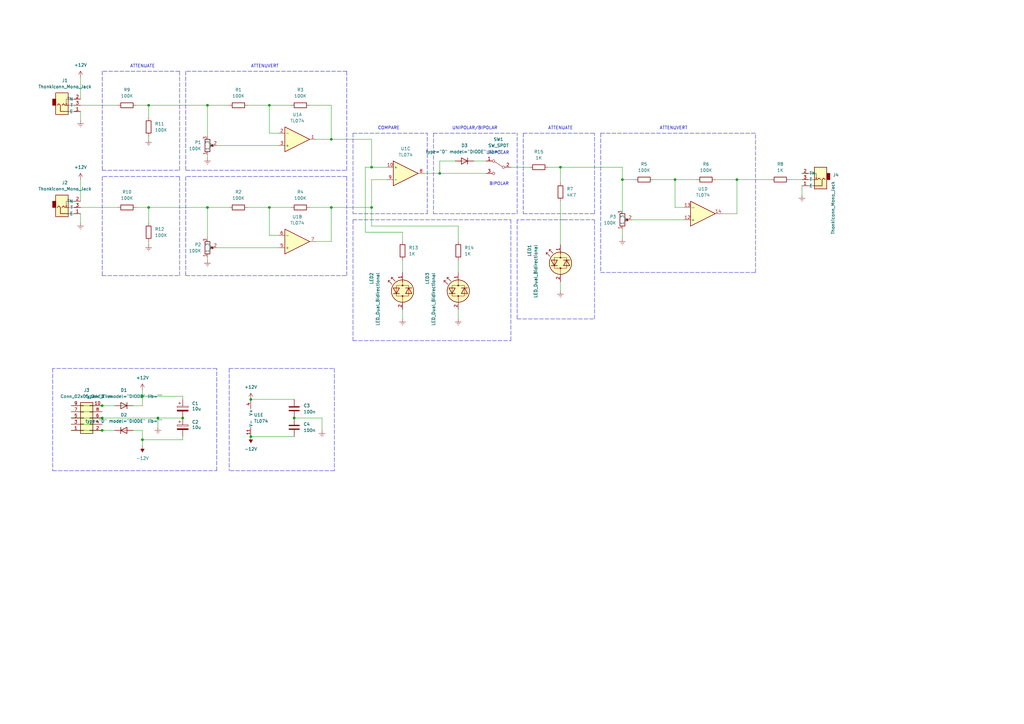
<source format=kicad_sch>
(kicad_sch (version 20211123) (generator eeschema)
  (paper "A3")
  (lib_symbols
    (symbol "Amplifier_Operational:TL074" (pin_names (offset 0.127))
      (property "Reference" "U" (at 0 5.08 0))
      (property "Value" "TL074" (at 0 -5.08 0))
      (symbol "TL074_1_1"
        (polyline (pts (xy -5.08 5.08) (xy 5.08 0) (xy -5.08 -5.08) (xy -5.08 5.08)) (stroke (width 0.254)) (fill (type background)))
        (pin output line (at 7.62 0 180) (length 2.54) (name "~") (number "1"))
        (pin input line (at -7.62 -2.54 0) (length 2.54) (name "-") (number "2"))
        (pin input line (at -7.62 2.54 0) (length 2.54) (name "+") (number "3"))
      )
      (symbol "TL074_2_1"
        (polyline (pts (xy -5.08 5.08) (xy 5.08 0) (xy -5.08 -5.08) (xy -5.08 5.08)) (stroke (width 0.254)) (fill (type background)))
        (pin input line (at -7.62 2.54 0) (length 2.54) (name "+") (number "5"))
        (pin input line (at -7.62 -2.54 0) (length 2.54) (name "-") (number "6"))
        (pin output line (at 7.62 0 180) (length 2.54) (name "~") (number "7"))
      )
      (symbol "TL074_3_1"
        (polyline (pts (xy -5.08 5.08) (xy 5.08 0) (xy -5.08 -5.08) (xy -5.08 5.08)) (stroke (width 0.254)) (fill (type background)))
        (pin input line (at -7.62 2.54 0) (length 2.54) (name "+") (number "10"))
        (pin output line (at 7.62 0 180) (length 2.54) (name "~") (number "8"))
        (pin input line (at -7.62 -2.54 0) (length 2.54) (name "-") (number "9"))
      )
      (symbol "TL074_4_1"
        (polyline (pts (xy -5.08 5.08) (xy 5.08 0) (xy -5.08 -5.08) (xy -5.08 5.08)) (stroke (width 0.254)) (fill (type background)))
        (pin input line (at -7.62 2.54 0) (length 2.54) (name "+") (number "12"))
        (pin input line (at -7.62 -2.54 0) (length 2.54) (name "-") (number "13"))
        (pin output line (at 7.62 0 180) (length 2.54) (name "~") (number "14"))
      )
      (symbol "TL074_5_1"
        (pin power_in line (at -2.54 -7.62 90) (length 3.81) (name "V-") (number "11"))
        (pin power_in line (at -2.54 7.62 270) (length 3.81) (name "V+") (number "4"))
      )
    )
    (symbol "Connector_Generic:Conn_02x05_Odd_Even" (pin_names (offset 1.016) hide)
      (property "Reference" "J" (at 1.27 7.62 0))
      (property "Value" "Conn_02x05_Odd_Even" (at 1.27 -7.62 0))
      (symbol "Conn_02x05_Odd_Even_1_1"
        (rectangle (start -1.27 -4.953) (end 0 -5.207) (stroke (width 0.1524)))
        (rectangle (start -1.27 -2.413) (end 0 -2.667) (stroke (width 0.1524)))
        (rectangle (start -1.27 0.127) (end 0 -0.127) (stroke (width 0.1524)))
        (rectangle (start -1.27 2.667) (end 0 2.413) (stroke (width 0.1524)))
        (rectangle (start -1.27 5.207) (end 0 4.953) (stroke (width 0.1524)))
        (rectangle (start -1.27 6.35) (end 3.81 -6.35) (stroke (width 0.254)) (fill (type background)))
        (rectangle (start 3.81 -4.953) (end 2.54 -5.207) (stroke (width 0.1524)))
        (rectangle (start 3.81 -2.413) (end 2.54 -2.667) (stroke (width 0.1524)))
        (rectangle (start 3.81 0.127) (end 2.54 -0.127) (stroke (width 0.1524)))
        (rectangle (start 3.81 2.667) (end 2.54 2.413) (stroke (width 0.1524)))
        (rectangle (start 3.81 5.207) (end 2.54 4.953) (stroke (width 0.1524)))
        (pin passive line (at -5.08 5.08 0) (length 3.81) (name "Pin_1") (number "1"))
        (pin passive line (at 7.62 -5.08 180) (length 3.81) (name "Pin_10") (number "10"))
        (pin passive line (at 7.62 5.08 180) (length 3.81) (name "Pin_2") (number "2"))
        (pin passive line (at -5.08 2.54 0) (length 3.81) (name "Pin_3") (number "3"))
        (pin passive line (at 7.62 2.54 180) (length 3.81) (name "Pin_4") (number "4"))
        (pin passive line (at -5.08 0 0) (length 3.81) (name "Pin_5") (number "5"))
        (pin passive line (at 7.62 0 180) (length 3.81) (name "Pin_6") (number "6"))
        (pin passive line (at -5.08 -2.54 0) (length 3.81) (name "Pin_7") (number "7"))
        (pin passive line (at 7.62 -2.54 180) (length 3.81) (name "Pin_8") (number "8"))
        (pin passive line (at -5.08 -5.08 0) (length 3.81) (name "Pin_9") (number "9"))
      )
    )
    (symbol "Device:C" (pin_numbers hide) (pin_names (offset 0.254))
      (property "Reference" "C" (at 0.635 2.54 0))
      (property "Value" "C" (at 0.635 -2.54 0))
      (symbol "C_0_1"
        (polyline (pts (xy -2.032 -0.762) (xy 2.032 -0.762)) (stroke (width 0.508)))
        (polyline (pts (xy -2.032 0.762) (xy 2.032 0.762)) (stroke (width 0.508)))
      )
      (symbol "C_1_1"
        (pin passive line (at 0 3.81 270) (length 2.794) (name "~") (number "1"))
        (pin passive line (at 0 -3.81 90) (length 2.794) (name "~") (number "2"))
      )
    )
    (symbol "Device:C_Polarized" (pin_numbers hide) (pin_names (offset 0.254))
      (property "Reference" "C" (at 0.635 2.54 0))
      (property "Value" "C_Polarized" (at 0.635 -2.54 0))
      (symbol "C_Polarized_0_1"
        (rectangle (start -2.286 0.508) (end 2.286 1.016))
        (polyline (pts (xy -1.778 2.286) (xy -0.762 2.286)))
        (polyline (pts (xy -1.27 2.794) (xy -1.27 1.778)))
        (rectangle (start 2.286 -0.508) (end -2.286 -1.016) (fill (type outline)))
      )
      (symbol "C_Polarized_1_1"
        (pin passive line (at 0 3.81 270) (length 2.794) (name "~") (number "1"))
        (pin passive line (at 0 -3.81 90) (length 2.794) (name "~") (number "2"))
      )
    )
    (symbol "Device:LED_Dual_Bidirectional" (pin_names (offset 0) hide)
      (property "Reference" "D" (at 0 5.715 0))
      (property "Value" "LED_Dual_Bidirectional" (at 0 -6.35 0))
      (symbol "LED_Dual_Bidirectional_0_1"
        (circle (center -2.032 0) (radius 0.254) (fill (type outline)))
        (polyline (pts (xy -4.572 0) (xy -2.54 0)))
        (polyline (pts (xy -2.032 0) (xy -2.54 0)))
        (polyline (pts (xy -1.016 3.81) (xy -1.016 1.27)) (stroke (width 0.254)))
        (polyline (pts (xy 1.27 -1.27) (xy 1.27 -3.81)) (stroke (width 0.254)))
        (polyline (pts (xy 4.064 0) (xy 2.286 0)) (fill (type outline)))
        (polyline (pts (xy 4.318 5.842) (xy 4.318 5.08)) (stroke (width 0.2032)))
        (polyline (pts (xy 5.588 4.572) (xy 5.588 3.81)) (stroke (width 0.2032)))
        (polyline (pts (xy 2.794 4.318) (xy 4.318 5.842) (xy 3.556 5.842)) (stroke (width 0.2032)))
        (polyline (pts (xy 4.064 3.048) (xy 5.588 4.572) (xy 4.826 4.572)) (stroke (width 0.2032)))
        (polyline (pts (xy -1.016 -1.27) (xy -1.016 -3.81) (xy 1.27 -2.54) (xy -1.016 -1.27)) (stroke (width 0.254)))
        (polyline (pts (xy 1.27 3.81) (xy 1.27 1.27) (xy -1.016 2.54) (xy 1.27 3.81)) (stroke (width 0.254)))
        (polyline (pts (xy 2.286 2.54) (xy -2.032 2.54) (xy -2.032 -2.54) (xy 2.286 -2.54) (xy 2.286 2.54)))
        (circle (center 0 0) (radius 4.572) (stroke (width 0.254)) (fill (type background)))
        (circle (center 2.286 0) (radius 0.254) (fill (type outline)))
      )
      (symbol "LED_Dual_Bidirectional_1_1"
        (pin input line (at 7.62 0 180) (length 3.81) (name "KA") (number "1"))
        (pin input line (at -7.62 0 0) (length 3.048) (name "AK") (number "2"))
      )
    )
    (symbol "Device:R" (pin_numbers hide) (pin_names (offset 0))
      (property "Reference" "R" (at 2.032 0 90))
      (property "Value" "R" (at 0 0 90))
      (symbol "R_0_1"
        (rectangle (start -1.016 -2.54) (end 1.016 2.54) (stroke (width 0.254)))
      )
      (symbol "R_1_1"
        (pin passive line (at 0 3.81 270) (length 1.27) (name "~") (number "1"))
        (pin passive line (at 0 -3.81 90) (length 1.27) (name "~") (number "2"))
      )
    )
    (symbol "Eurorack:Potentiometer_9mm_Vertical_Linear"
      (property "Reference" "P" (at 0 2.54 0))
      (property "Value" "Potentiometer_9mm_Vertical_Linear" (at 0 11.43 0))
      (symbol "Potentiometer_9mm_Vertical_Linear_0_1"
        (polyline (pts (xy 2.54 0) (xy 1.524 0)))
        (polyline (pts (xy 1.143 0) (xy 2.286 0.508) (xy 2.286 -0.508) (xy 1.143 0)) (fill (type outline)))
        (rectangle (start 1.016 2.54) (end -1.016 -2.54) (stroke (width 0.254)))
      )
      (symbol "Potentiometer_9mm_Vertical_Linear_1_1"
        (pin passive line (at 0 3.81 270) (length 1.27) (name "1") (number "1"))
        (pin passive line (at 3.81 0 180) (length 1.27) (name "2") (number "2"))
        (pin passive line (at 0 -3.81 90) (length 1.27) (name "3") (number "3"))
      )
    )
    (symbol "Eurorack:Thonkiconn_Mono_Jack"
      (property "Reference" "J" (at 0 1.27 0))
      (property "Value" "Thonkiconn_Mono_Jack" (at 10.16 3.81 0))
      (symbol "Thonkiconn_Mono_Jack_0_1"
        (rectangle (start -1.27 -2.54) (end 0 -5.08) (stroke (width 0.254)) (fill (type outline)))
        (polyline (pts (xy 4.318 -4.826) (xy 4.572 -4.318)))
        (polyline (pts (xy 8.89 -7.62) (xy 5.08 -7.62)))
        (polyline (pts (xy 8.89 -5.08) (xy 5.08 -5.08)))
        (polyline (pts (xy 2.54 -5.08) (xy 3.175 -4.445) (xy 3.81 -5.08) (xy 5.08 -5.08)) (stroke (width 0.254)))
        (polyline (pts (xy 8.89 -2.54) (xy 4.318 -2.54) (xy 4.318 -4.826) (xy 4.064 -4.318)))
        (polyline (pts (xy 5.08 -7.62) (xy 1.905 -7.62) (xy 1.905 -5.08) (xy 1.27 -4.445) (xy 0.635 -5.08)) (stroke (width 0.254)))
        (rectangle (start 0 0) (end 5.08 -8.89) (stroke (width 0.254)) (fill (type background)))
      )
      (symbol "Thonkiconn_Mono_Jack_1_1"
        (pin passive line (at 10.16 -7.62 180) (length 2.54) (name "E") (number "1"))
        (pin passive line (at 10.16 -2.54 180) (length 2.54) (name "TN") (number "2"))
        (pin passive line (at 10.16 -5.08 180) (length 2.54) (name "T") (number "3"))
      )
    )
    (symbol "Simulation_SPICE:DIODE" (pin_numbers hide) (pin_names (offset 1.016) hide)
      (property "Reference" "D" (at 0 2.54 0))
      (property "Value" "DIODE" (at 0 -2.54 0))
      (symbol "DIODE_0_1"
        (polyline (pts (xy 1.27 0) (xy -1.27 0)))
        (polyline (pts (xy 1.27 1.27) (xy 1.27 -1.27)) (stroke (width 0.254)))
        (polyline (pts (xy -1.27 -1.27) (xy -1.27 1.27) (xy 1.27 0) (xy -1.27 -1.27)) (stroke (width 0.254)))
      )
      (symbol "DIODE_1_1"
        (pin passive line (at -3.81 0 0) (length 2.54) (name "A") (number "1"))
        (pin passive line (at 3.81 0 180) (length 2.54) (name "K") (number "2"))
      )
    )
    (symbol "Switch:SW_SPDT" (pin_names (offset 0) hide)
      (property "Reference" "SW" (at 0 4.318 0))
      (property "Value" "SW_SPDT" (at 0 -5.08 0))
      (symbol "SW_SPDT_0_0"
        (circle (center -2.032 0) (radius 0.508))
        (circle (center 2.032 -2.54) (radius 0.508))
      )
      (symbol "SW_SPDT_0_1"
        (polyline (pts (xy -1.524 0.254) (xy 1.651 2.286)))
        (circle (center 2.032 2.54) (radius 0.508))
      )
      (symbol "SW_SPDT_1_1"
        (pin passive line (at 5.08 2.54 180) (length 2.54) (name "A") (number "1"))
        (pin passive line (at -5.08 0 0) (length 2.54) (name "B") (number "2"))
        (pin passive line (at 5.08 -2.54 180) (length 2.54) (name "C") (number "3"))
      )
    )
    (symbol "power:+12V" (power) (pin_names (offset 0))
      (property "Value" "+12V" (at 0 3.556 0))
      (symbol "+12V_0_1"
        (polyline (pts (xy -0.762 1.27) (xy 0 2.54)))
        (polyline (pts (xy 0 0) (xy 0 2.54)))
        (polyline (pts (xy 0 2.54) (xy 0.762 1.27)))
      )
      (symbol "+12V_1_1"
        (pin power_in line (at 0 0 90) (length 0) hide (name "+12V") (number "1"))
      )
    )
    (symbol "power:-12V" (power) (pin_names (offset 0))
      (property "Value" "-12V" (at 0 3.81 0))
      (symbol "-12V_0_0"
        (pin power_in line (at 0 0 90) (length 0) hide (name "-12V") (number "1"))
      )
      (symbol "-12V_0_1"
        (polyline (pts (xy 0 0) (xy 0 1.27) (xy 0.762 1.27) (xy 0 2.54) (xy -0.762 1.27) (xy 0 1.27)) (fill (type outline)))
      )
    )
    (symbol "power:Earth" (power) (pin_names (offset 0))
      (symbol "Earth_0_1"
        (polyline (pts (xy -0.635 -1.905) (xy 0.635 -1.905)))
        (polyline (pts (xy -0.127 -2.54) (xy 0.127 -2.54)))
        (polyline (pts (xy 0 -1.27) (xy 0 0)))
        (polyline (pts (xy 1.27 -1.27) (xy -1.27 -1.27)))
      )
      (symbol "Earth_1_1"
        (pin power_in line (at 0 0 270) (length 0) hide (name "Earth") (number "1"))
      )
    )
  )
  (junction (at 135.89 57.15))
  (junction (at 85.09 43.18))
  (junction (at 41.91 176.53))
  (junction (at 180.34 71.12))
  (junction (at 41.91 171.45))
  (junction (at 58.42 162.56))
  (junction (at 135.89 85.09))
  (junction (at 60.96 43.18))
  (junction (at 120.65 171.45))
  (junction (at 152.4 85.09))
  (junction (at 255.27 73.66))
  (junction (at 41.91 166.37))
  (junction (at 74.93 171.45))
  (junction (at 85.09 85.09))
  (junction (at 60.96 85.09))
  (junction (at 102.87 179.07))
  (junction (at 102.87 163.83))
  (junction (at 64.77 171.45))
  (junction (at 276.86 73.66))
  (junction (at 152.4 68.58))
  (junction (at 229.87 68.58))
  (junction (at 302.26 73.66))
  (junction (at 58.42 180.34))
  (junction (at 110.49 85.09))
  (junction (at 110.49 43.18))
  (polyline (pts (xy 246.38 54.61) (xy 309.88 54.61)))
  (wire (pts (xy 85.09 106.68) (xy 85.09 105.41)))
  (polyline (pts (xy 41.91 113.03) (xy 73.66 113.03)))
  (polyline (pts (xy 209.55 139.7) (xy 209.55 90.17)))
  (wire (pts (xy 229.87 119.38) (xy 229.87 115.57)))
  (polyline (pts (xy 246.38 54.61) (xy 246.38 111.76)))
  (wire (pts (xy 60.96 85.09) (xy 60.96 91.44)))
  (wire (pts (xy 33.02 91.44) (xy 33.02 87.63)))
  (wire (pts (xy 33.02 43.18) (xy 48.26 43.18)))
  (wire (pts (xy 152.4 92.71) (xy 187.96 92.71)))
  (wire (pts (xy 85.09 43.18) (xy 93.98 43.18)))
  (wire (pts (xy 194.31 66.04) (xy 199.39 66.04)))
  (wire (pts (xy 55.88 85.09) (xy 60.96 85.09)))
  (polyline (pts (xy 212.09 87.63) (xy 212.09 54.61)))
  (wire (pts (xy 33.02 31.75) (xy 33.02 40.64)))
  (polyline (pts (xy 73.66 72.39) (xy 41.91 72.39)))
  (wire (pts (xy 276.86 85.09) (xy 280.67 85.09)))
  (wire (pts (xy 127 85.09) (xy 135.89 85.09)))
  (wire (pts (xy 173.99 71.12) (xy 180.34 71.12)))
  (wire (pts (xy 229.87 82.55) (xy 229.87 100.33)))
  (polyline (pts (xy 214.63 54.61) (xy 243.84 54.61)))
  (polyline (pts (xy 231.14 90.17) (xy 243.84 90.17)))
  (wire (pts (xy 60.96 48.26) (xy 60.96 43.18)))
  (wire (pts (xy 41.91 176.53) (xy 46.99 176.53)))
  (wire (pts (xy 33.02 49.53) (xy 33.02 45.72)))
  (wire (pts (xy 33.02 73.66) (xy 33.02 82.55)))
  (wire (pts (xy 110.49 43.18) (xy 119.38 43.18)))
  (wire (pts (xy 110.49 43.18) (xy 110.49 54.61)))
  (wire (pts (xy 101.6 43.18) (xy 110.49 43.18)))
  (wire (pts (xy 255.27 73.66) (xy 255.27 86.36)))
  (wire (pts (xy 29.21 168.91) (xy 41.91 168.91)))
  (wire (pts (xy 149.86 68.58) (xy 152.4 68.58)))
  (polyline (pts (xy 243.84 130.81) (xy 243.84 90.17)))
  (wire (pts (xy 85.09 64.77) (xy 85.09 63.5)))
  (polyline (pts (xy 76.2 113.03) (xy 142.24 113.03)))
  (wire (pts (xy 29.21 171.45) (xy 41.91 171.45)))
  (wire (pts (xy 110.49 96.52) (xy 114.3 96.52)))
  (polyline (pts (xy 76.2 29.21) (xy 76.2 69.85)))
  (wire (pts (xy 302.26 73.66) (xy 302.26 87.63)))
  (wire (pts (xy 135.89 57.15) (xy 129.54 57.15)))
  (wire (pts (xy 74.93 180.34) (xy 58.42 180.34)))
  (wire (pts (xy 58.42 180.34) (xy 58.42 176.53)))
  (polyline (pts (xy 88.9 151.13) (xy 21.59 151.13)))
  (wire (pts (xy 323.85 73.66) (xy 328.93 73.66)))
  (wire (pts (xy 85.09 43.18) (xy 85.09 55.88)))
  (polyline (pts (xy 309.88 111.76) (xy 309.88 54.61)))
  (wire (pts (xy 259.08 90.17) (xy 280.67 90.17)))
  (wire (pts (xy 152.4 68.58) (xy 158.75 68.58)))
  (polyline (pts (xy 214.63 54.61) (xy 214.63 87.63)))
  (wire (pts (xy 127 43.18) (xy 135.89 43.18)))
  (polyline (pts (xy 73.66 29.21) (xy 41.91 29.21)))
  (wire (pts (xy 276.86 73.66) (xy 285.75 73.66)))
  (polyline (pts (xy 144.78 139.7) (xy 209.55 139.7)))
  (polyline (pts (xy 142.24 29.21) (xy 76.2 29.21)))
  (wire (pts (xy 187.96 92.71) (xy 187.96 99.06)))
  (wire (pts (xy 255.27 73.66) (xy 260.35 73.66)))
  (wire (pts (xy 132.08 171.45) (xy 132.08 176.53)))
  (wire (pts (xy 149.86 95.25) (xy 149.86 68.58)))
  (wire (pts (xy 54.61 166.37) (xy 58.42 166.37)))
  (wire (pts (xy 88.9 59.69) (xy 114.3 59.69)))
  (wire (pts (xy 209.55 68.58) (xy 217.17 68.58)))
  (wire (pts (xy 58.42 160.02) (xy 58.42 162.56)))
  (wire (pts (xy 60.96 85.09) (xy 85.09 85.09)))
  (polyline (pts (xy 144.78 87.63) (xy 175.26 87.63)))
  (wire (pts (xy 180.34 71.12) (xy 199.39 71.12)))
  (wire (pts (xy 187.96 130.81) (xy 187.96 127)))
  (wire (pts (xy 102.87 163.83) (xy 120.65 163.83)))
  (wire (pts (xy 85.09 85.09) (xy 93.98 85.09)))
  (polyline (pts (xy 142.24 72.39) (xy 76.2 72.39)))
  (wire (pts (xy 101.6 85.09) (xy 110.49 85.09)))
  (polyline (pts (xy 246.38 111.76) (xy 309.88 111.76)))
  (wire (pts (xy 120.65 171.45) (xy 132.08 171.45)))
  (polyline (pts (xy 137.16 193.04) (xy 93.98 193.04)))
  (wire (pts (xy 187.96 106.68) (xy 187.96 111.76)))
  (polyline (pts (xy 144.78 90.17) (xy 144.78 139.7)))
  (wire (pts (xy 110.49 54.61) (xy 114.3 54.61)))
  (wire (pts (xy 302.26 73.66) (xy 316.23 73.66)))
  (wire (pts (xy 180.34 66.04) (xy 180.34 71.12)))
  (wire (pts (xy 229.87 68.58) (xy 255.27 68.58)))
  (polyline (pts (xy 41.91 29.21) (xy 41.91 69.85)))
  (wire (pts (xy 152.4 73.66) (xy 152.4 85.09)))
  (wire (pts (xy 152.4 85.09) (xy 135.89 85.09)))
  (wire (pts (xy 29.21 176.53) (xy 41.91 176.53)))
  (wire (pts (xy 60.96 43.18) (xy 85.09 43.18)))
  (polyline (pts (xy 212.09 90.17) (xy 212.09 130.81)))
  (wire (pts (xy 165.1 99.06) (xy 165.1 95.25)))
  (polyline (pts (xy 144.78 90.17) (xy 209.55 90.17)))
  (wire (pts (xy 135.89 57.15) (xy 152.4 57.15)))
  (polyline (pts (xy 231.14 90.17) (xy 212.09 90.17)))
  (wire (pts (xy 152.4 85.09) (xy 152.4 92.71)))
  (wire (pts (xy 60.96 100.33) (xy 60.96 99.06)))
  (wire (pts (xy 229.87 68.58) (xy 229.87 74.93)))
  (polyline (pts (xy 93.98 151.13) (xy 137.16 151.13)))
  (wire (pts (xy 135.89 85.09) (xy 135.89 99.06)))
  (polyline (pts (xy 21.59 151.13) (xy 21.59 193.04)))
  (wire (pts (xy 135.89 99.06) (xy 129.54 99.06)))
  (wire (pts (xy 276.86 73.66) (xy 276.86 85.09)))
  (polyline (pts (xy 21.59 193.04) (xy 88.9 193.04)))
  (wire (pts (xy 64.77 171.45) (xy 41.91 171.45)))
  (wire (pts (xy 328.93 80.01) (xy 328.93 76.2)))
  (polyline (pts (xy 41.91 72.39) (xy 41.91 113.03)))
  (wire (pts (xy 74.93 179.07) (xy 74.93 180.34)))
  (polyline (pts (xy 73.66 113.03) (xy 73.66 72.39)))
  (wire (pts (xy 186.69 66.04) (xy 180.34 66.04)))
  (wire (pts (xy 224.79 68.58) (xy 229.87 68.58)))
  (wire (pts (xy 60.96 57.15) (xy 60.96 55.88)))
  (polyline (pts (xy 243.84 87.63) (xy 243.84 54.61)))
  (polyline (pts (xy 214.63 87.63) (xy 243.84 87.63)))
  (wire (pts (xy 152.4 57.15) (xy 152.4 68.58)))
  (polyline (pts (xy 177.8 87.63) (xy 212.09 87.63)))
  (polyline (pts (xy 212.09 130.81) (xy 243.84 130.81)))
  (wire (pts (xy 293.37 73.66) (xy 302.26 73.66)))
  (wire (pts (xy 60.96 43.18) (xy 55.88 43.18)))
  (wire (pts (xy 267.97 73.66) (xy 276.86 73.66)))
  (wire (pts (xy 110.49 85.09) (xy 110.49 96.52)))
  (wire (pts (xy 58.42 162.56) (xy 74.93 162.56)))
  (wire (pts (xy 85.09 85.09) (xy 85.09 97.79)))
  (wire (pts (xy 58.42 176.53) (xy 54.61 176.53)))
  (polyline (pts (xy 177.8 54.61) (xy 177.8 87.63)))
  (wire (pts (xy 74.93 162.56) (xy 74.93 163.83)))
  (wire (pts (xy 135.89 43.18) (xy 135.89 57.15)))
  (polyline (pts (xy 93.98 151.13) (xy 93.98 193.04)))
  (wire (pts (xy 64.77 171.45) (xy 74.93 171.45)))
  (wire (pts (xy 58.42 182.88) (xy 58.42 180.34)))
  (wire (pts (xy 29.21 166.37) (xy 41.91 166.37)))
  (wire (pts (xy 64.77 175.26) (xy 64.77 171.45)))
  (polyline (pts (xy 142.24 69.85) (xy 142.24 29.21)))
  (polyline (pts (xy 73.66 69.85) (xy 73.66 29.21)))
  (polyline (pts (xy 76.2 69.85) (xy 142.24 69.85)))
  (wire (pts (xy 158.75 73.66) (xy 152.4 73.66)))
  (wire (pts (xy 88.9 101.6) (xy 114.3 101.6)))
  (polyline (pts (xy 142.24 113.03) (xy 142.24 72.39)))
  (wire (pts (xy 110.49 85.09) (xy 119.38 85.09)))
  (wire (pts (xy 165.1 95.25) (xy 149.86 95.25)))
  (polyline (pts (xy 137.16 151.13) (xy 137.16 193.04)))
  (wire (pts (xy 165.1 130.81) (xy 165.1 127)))
  (polyline (pts (xy 144.78 54.61) (xy 144.78 87.63)))
  (polyline (pts (xy 144.78 54.61) (xy 175.26 54.61)))
  (wire (pts (xy 255.27 68.58) (xy 255.27 73.66)))
  (wire (pts (xy 29.21 173.99) (xy 41.91 173.99)))
  (wire (pts (xy 33.02 85.09) (xy 48.26 85.09)))
  (wire (pts (xy 102.87 179.07) (xy 120.65 179.07)))
  (wire (pts (xy 41.91 166.37) (xy 46.99 166.37)))
  (polyline (pts (xy 88.9 193.04) (xy 88.9 151.13)))
  (wire (pts (xy 165.1 106.68) (xy 165.1 111.76)))
  (polyline (pts (xy 175.26 87.63) (xy 175.26 54.61)))
  (polyline (pts (xy 177.8 54.61) (xy 212.09 54.61)))
  (wire (pts (xy 302.26 87.63) (xy 295.91 87.63)))
  (polyline (pts (xy 41.91 69.85) (xy 73.66 69.85)))
  (polyline (pts (xy 76.2 72.39) (xy 76.2 113.03)))
  (wire (pts (xy 58.42 166.37) (xy 58.42 162.56)))
  (wire (pts (xy 255.27 97.79) (xy 255.27 93.98)))
  (text "COMPARE" (at 154.94 53.34 0) (effects (font (size 1.27 1.27)) (justify left bottom)))
  (text "ATTENUATE" (at 53.34 27.94 0) (effects (font (size 1.27 1.27)) (justify left bottom)))
  (text "ATTENUATE" (at 224.79 53.34 0) (effects (font (size 1.27 1.27)) (justify left bottom)))
  (text "ATTENUVERT" (at 102.87 27.94 0) (effects (font (size 1.27 1.27)) (justify left bottom)))
  (text "UNIPOLAR" (at 199.39 63.5 0) (effects (font (size 1.27 1.27)) (justify left bottom)))
  (text "ATTENUVERT" (at 270.51 53.34 0) (effects (font (size 1.27 1.27)) (justify left bottom)))
  (text "BIPOLAR" (at 200.66 76.2 0) (effects (font (size 1.27 1.27)) (justify left bottom)))
  (text "UNIPOLAR/BIPOLAR" (at 185.42 53.34 0) (effects (font (size 1.27 1.27)) (justify left bottom)))
  (symbol (lib_id "power:Earth") (at 60.96 100.33 0) (unit 1)
    (property "Reference" "#PWR0118" (effects hide))
    (property "Value" "Earth" (effects hide))
  )
  (symbol (lib_id "power:+12V") (at 33.02 31.75 0) (unit 1)
    (property "Reference" "#PWR0111" (effects hide))
    (property "Value" "+12V" (at 33.02 26.67 0))
  )
  (symbol (lib_id "Device:C") (at 120.65 167.64 0) (unit 1)
    (property "Reference" "C3" (at 124.46 166.3699 0) (effects (justify left)))
    (property "Value" "100n" (at 124.46 168.9099 0) (effects (justify left)))
    (property "Footprint" "Eurorack:Capacitor Small Non-Polarised" (effects hide))
  )
  (symbol (lib_id "Device:R") (at 60.96 52.07 180) (unit 1)
    (property "Reference" "R11" (at 63.5 50.7999 0) (effects (justify right)))
    (property "Value" "100K" (at 63.5 53.3399 0) (effects (justify right)))
    (property "Footprint" "Eurorack:Resistor 0.25W Through-Hole" (effects hide))
  )
  (symbol (lib_id "Eurorack:Potentiometer_9mm_Vertical_Linear") (at 85.09 101.6 0) (mirror x) (unit 1)
    (property "Reference" "P2" (at 82.55 100.3299 0) (effects (justify right)))
    (property "Value" "100K" (at 82.55 102.8699 0) (effects (justify right)))
    (property "Footprint" "Eurorack:Potentiometer 9mm Vertical Linear Centred" (effects hide))
  )
  (symbol (lib_id "Device:LED_Dual_Bidirectional") (at 165.1 119.38 90) (unit 1)
    (property "Reference" "LED2" (at 152.4 111.76 0) (effects (justify right)))
    (property "Value" "LED_Dual_Bidirectional" (at 154.94 111.76 0) (effects (justify right)))
    (property "Footprint" "Eurorack:LED 3mm" (effects hide))
  )
  (symbol (lib_id "Connector_Generic:Conn_02x05_Odd_Even") (at 34.29 171.45 0) (mirror x) (unit 1)
    (property "Reference" "J3" (at 35.56 160.02 0))
    (property "Value" "Conn_02x05_Odd_Even" (at 35.56 162.56 0))
    (property "Footprint" "Eurorack:Eurorack Power Header" (effects hide))
  )
  (symbol (lib_id "Device:R") (at 220.98 68.58 90) (unit 1)
    (property "Reference" "R15" (at 220.98 62.23 90))
    (property "Value" "1K" (at 220.98 64.77 90))
    (property "Footprint" "Eurorack:Resistor 0.25W Through-Hole" (effects hide))
  )
  (symbol (lib_id "Device:R") (at 97.79 43.18 90) (unit 1)
    (property "Reference" "R1" (at 97.79 36.83 90))
    (property "Value" "100K" (at 97.79 39.37 90))
    (property "Footprint" "Eurorack:Resistor 0.25W Through-Hole" (effects hide))
  )
  (symbol (lib_id "Eurorack:Thonkiconn_Mono_Jack") (at 339.09 68.58 0) (mirror y) (unit 1)
    (property "Reference" "J4" (at 341.63 71.7549 0) (effects (justify right)))
    (property "Value" "Thonkiconn_Mono_Jack" (at 341.63 74.2949 90) (effects (justify right)))
    (property "Footprint" "Eurorack:Thonkiconn Mono Jack" (effects hide))
  )
  (symbol (lib_id "Simulation_SPICE:DIODE") (at 50.8 176.53 180) (unit 1)
    (property "Reference" "D2" (at 50.8 170.18 0))
    (property "Value" "DIODE" (at 50.8 172.72 0))
    (property "Footprint" "Eurorack:Schottky Diode" (effects hide))
    (property "Spice_Netlist_Enabled" "Y" (effects hide))
    (property "Spice_Primitive" "D" (effects hide))
  )
  (symbol (lib_id "power:Earth") (at 85.09 106.68 0) (unit 1)
    (property "Reference" "#PWR0114" (effects hide))
    (property "Value" "Earth" (effects hide))
  )
  (symbol (lib_id "power:-12V") (at 58.42 182.88 180) (unit 1)
    (property "Reference" "#PWR0104" (effects hide))
    (property "Value" "-12V" (at 58.42 187.96 0))
  )
  (symbol (lib_id "power:Earth") (at 132.08 176.53 0) (unit 1)
    (property "Reference" "#PWR0119" (effects hide))
    (property "Value" "Earth" (effects hide))
  )
  (symbol (lib_id "Device:LED_Dual_Bidirectional") (at 187.96 119.38 90) (unit 1)
    (property "Reference" "LED3" (at 175.26 111.76 0) (effects (justify right)))
    (property "Value" "LED_Dual_Bidirectional" (at 177.8 111.76 0) (effects (justify right)))
    (property "Footprint" "Eurorack:LED 3mm" (effects hide))
  )
  (symbol (lib_id "Device:R") (at 52.07 43.18 90) (unit 1)
    (property "Reference" "R9" (at 52.07 36.83 90))
    (property "Value" "100K" (at 52.07 39.37 90))
    (property "Footprint" "Eurorack:Resistor 0.25W Through-Hole" (effects hide))
  )
  (symbol (lib_id "Device:R") (at 289.56 73.66 90) (unit 1)
    (property "Reference" "R6" (at 289.56 67.31 90))
    (property "Value" "100K" (at 289.56 69.85 90))
    (property "Footprint" "Eurorack:Resistor 0.25W Through-Hole" (effects hide))
  )
  (symbol (lib_id "Device:C_Polarized") (at 74.93 175.26 0) (unit 1)
    (property "Reference" "C2" (at 78.74 173.1009 0) (effects (justify left)))
    (property "Value" "10u" (at 78.74 175.26 0) (effects (justify left)))
    (property "Footprint" "Eurorack:Capacitor Small Polarised" (effects hide))
  )
  (symbol (lib_id "Eurorack:Thonkiconn_Mono_Jack") (at 22.86 80.01 0) (unit 1)
    (property "Reference" "J2" (at 26.6065 74.93 0))
    (property "Value" "Thonkiconn_Mono_Jack" (at 26.6065 77.47 0))
    (property "Footprint" "Eurorack:Thonkiconn Mono Jack" (effects hide))
  )
  (symbol (lib_id "power:Earth") (at 229.87 119.38 0) (unit 1)
    (property "Reference" "#PWR0102" (effects hide))
    (property "Value" "Earth" (effects hide))
  )
  (symbol (lib_id "Switch:SW_SPDT") (at 204.47 68.58 0) (mirror y) (unit 1)
    (property "Reference" "SW1" (at 204.47 57.15 0))
    (property "Value" "SW_SPDT" (at 204.47 59.69 0))
    (property "Footprint" "Eurorack:Sub-Miniature Toggle Switch SPDT" (effects hide))
  )
  (symbol (lib_id "power:Earth") (at 64.77 175.26 0) (unit 1)
    (property "Reference" "#PWR0105" (effects hide))
    (property "Value" "Earth" (effects hide))
  )
  (symbol (lib_id "Device:R") (at 123.19 43.18 90) (unit 1)
    (property "Reference" "R3" (at 123.19 36.83 90))
    (property "Value" "100K" (at 123.19 39.37 90))
    (property "Footprint" "Eurorack:Resistor 0.25W Through-Hole" (effects hide))
  )
  (symbol (lib_id "Device:R") (at 123.19 85.09 90) (unit 1)
    (property "Reference" "R4" (at 123.19 78.74 90))
    (property "Value" "100K" (at 123.19 81.28 90))
    (property "Footprint" "Eurorack:Resistor 0.25W Through-Hole" (effects hide))
  )
  (symbol (lib_id "Device:LED_Dual_Bidirectional") (at 229.87 107.95 90) (unit 1)
    (property "Reference" "LED1" (at 217.17 100.33 0) (effects (justify right)))
    (property "Value" "LED_Dual_Bidirectional" (at 219.71 100.33 0) (effects (justify right)))
    (property "Footprint" "Eurorack:LED 3mm" (effects hide))
  )
  (symbol (lib_id "Device:R") (at 264.16 73.66 90) (unit 1)
    (property "Reference" "R5" (at 264.16 67.31 90))
    (property "Value" "100K" (at 264.16 69.85 90))
    (property "Footprint" "Eurorack:Resistor 0.25W Through-Hole" (effects hide))
  )
  (symbol (lib_id "power:Earth") (at 187.96 130.81 0) (unit 1)
    (property "Reference" "#PWR0116" (effects hide))
    (property "Value" "Earth" (effects hide))
  )
  (symbol (lib_id "power:Earth") (at 33.02 91.44 0) (unit 1)
    (property "Reference" "#PWR0112" (effects hide))
    (property "Value" "Earth" (effects hide))
  )
  (symbol (lib_id "Simulation_SPICE:DIODE") (at 190.5 66.04 0) (unit 1)
    (property "Reference" "D3" (at 190.5 59.69 0))
    (property "Value" "DIODE" (at 190.5 62.23 0))
    (property "Footprint" "Eurorack:Schottky Diode" (effects hide))
    (property "Spice_Netlist_Enabled" "Y" (effects hide))
    (property "Spice_Primitive" "D" (effects hide))
  )
  (symbol (lib_id "power:+12V") (at 102.87 163.83 0) (unit 1)
    (property "Reference" "#PWR0107" (effects hide))
    (property "Value" "+12V" (at 102.87 158.75 0))
  )
  (symbol (lib_id "Eurorack:Thonkiconn_Mono_Jack") (at 22.86 38.1 0) (unit 1)
    (property "Reference" "J1" (at 26.6065 33.02 0))
    (property "Value" "Thonkiconn_Mono_Jack" (at 26.6065 35.56 0))
    (property "Footprint" "Eurorack:Thonkiconn Mono Jack" (effects hide))
  )
  (symbol (lib_id "Device:R") (at 52.07 85.09 90) (unit 1)
    (property "Reference" "R10" (at 52.07 78.74 90))
    (property "Value" "100K" (at 52.07 81.28 90))
    (property "Footprint" "Eurorack:Resistor 0.25W Through-Hole" (effects hide))
  )
  (symbol (lib_id "Device:R") (at 187.96 102.87 180) (unit 1)
    (property "Reference" "R14" (at 190.5 101.5999 0) (effects (justify right)))
    (property "Value" "1K" (at 190.5 104.1399 0) (effects (justify right)))
    (property "Footprint" "Eurorack:Resistor 0.25W Through-Hole" (effects hide))
  )
  (symbol (lib_id "power:Earth") (at 165.1 130.81 0) (unit 1)
    (property "Reference" "#PWR0115" (effects hide))
    (property "Value" "Earth" (effects hide))
  )
  (symbol (lib_id "power:Earth") (at 328.93 80.01 0) (unit 1)
    (property "Reference" "#PWR0103" (effects hide))
    (property "Value" "Earth" (effects hide))
  )
  (symbol (lib_id "Device:R") (at 320.04 73.66 90) (unit 1)
    (property "Reference" "R8" (at 320.04 67.31 90))
    (property "Value" "1K" (at 320.04 69.85 90))
    (property "Footprint" "Eurorack:Resistor 0.25W Through-Hole" (effects hide))
  )
  (symbol (lib_id "Amplifier_Operational:TL074") (at 288.29 87.63 0) (mirror x) (unit 4)
    (property "Reference" "U1" (at 288.29 77.47 0))
    (property "Value" "TL074" (at 288.29 80.01 0))
    (property "Footprint" "Eurorack:DIP-14 IC Socket" (effects hide))
    (property "Datasheet" "http://www.ti.com/lit/ds/symlink/tl071.pdf" (effects hide))
  )
  (symbol (lib_id "power:+12V") (at 33.02 73.66 0) (unit 1)
    (property "Reference" "#PWR0113" (effects hide))
    (property "Value" "+12V" (at 33.02 68.58 0))
  )
  (symbol (lib_id "power:+12V") (at 58.42 160.02 0) (unit 1)
    (property "Reference" "#PWR0106" (effects hide))
    (property "Value" "+12V" (at 58.42 154.94 0))
  )
  (symbol (lib_id "Amplifier_Operational:TL074") (at 121.92 99.06 0) (mirror x) (unit 2)
    (property "Reference" "U1" (at 121.92 88.9 0))
    (property "Value" "TL074" (at 121.92 91.44 0))
    (property "Footprint" "Eurorack:DIP-14 IC Socket" (effects hide))
    (property "Datasheet" "http://www.ti.com/lit/ds/symlink/tl071.pdf" (effects hide))
  )
  (symbol (lib_id "Amplifier_Operational:TL074") (at 121.92 57.15 0) (mirror x) (unit 1)
    (property "Reference" "U1" (at 121.92 46.99 0))
    (property "Value" "TL074" (at 121.92 49.53 0))
    (property "Footprint" "Eurorack:DIP-14 IC Socket" (effects hide))
    (property "Datasheet" "http://www.ti.com/lit/ds/symlink/tl071.pdf" (effects hide))
  )
  (symbol (lib_id "power:Earth") (at 60.96 57.15 0) (unit 1)
    (property "Reference" "#PWR0117" (effects hide))
    (property "Value" "Earth" (effects hide))
  )
  (symbol (lib_id "power:Earth") (at 33.02 49.53 0) (unit 1)
    (property "Reference" "#PWR0110" (effects hide))
    (property "Value" "Earth" (effects hide))
  )
  (symbol (lib_id "power:Earth") (at 255.27 97.79 0) (unit 1)
    (property "Reference" "#PWR0101" (effects hide))
    (property "Value" "Earth" (effects hide))
  )
  (symbol (lib_id "Device:R") (at 229.87 78.74 180) (unit 1)
    (property "Reference" "R7" (at 232.41 77.4699 0) (effects (justify right)))
    (property "Value" "4K7" (at 232.41 80.0099 0) (effects (justify right)))
    (property "Footprint" "Eurorack:Resistor 0.25W Through-Hole" (effects hide))
  )
  (symbol (lib_id "Eurorack:Potentiometer_9mm_Vertical_Linear") (at 85.09 59.69 0) (mirror x) (unit 1)
    (property "Reference" "P1" (at 82.55 58.4199 0) (effects (justify right)))
    (property "Value" "100K" (at 82.55 60.9599 0) (effects (justify right)))
    (property "Footprint" "Eurorack:Potentiometer 9mm Vertical Linear Centred" (effects hide))
  )
  (symbol (lib_id "Amplifier_Operational:TL074") (at 105.41 171.45 0) (unit 5)
    (property "Reference" "U1" (at 104.14 170.1799 0) (effects (justify left)))
    (property "Value" "TL074" (at 104.14 172.7199 0) (effects (justify left)))
    (property "Footprint" "Eurorack:DIP-14 IC Socket" (effects hide))
    (property "Datasheet" "http://www.ti.com/lit/ds/symlink/tl071.pdf" (effects hide))
  )
  (symbol (lib_id "Simulation_SPICE:DIODE") (at 50.8 166.37 0) (unit 1)
    (property "Reference" "D1" (at 50.8 160.02 0))
    (property "Value" "DIODE" (at 50.8 162.56 0))
    (property "Footprint" "Eurorack:Schottky Diode" (effects hide))
    (property "Spice_Netlist_Enabled" "Y" (effects hide))
    (property "Spice_Primitive" "D" (effects hide))
  )
  (symbol (lib_id "Amplifier_Operational:TL074") (at 166.37 71.12 0) (unit 3)
    (property "Reference" "U1" (at 166.37 60.96 0))
    (property "Value" "TL074" (at 166.37 63.5 0))
    (property "Footprint" "Eurorack:DIP-14 IC Socket" (effects hide))
    (property "Datasheet" "http://www.ti.com/lit/ds/symlink/tl071.pdf" (effects hide))
  )
  (symbol (lib_id "Device:R") (at 60.96 95.25 180) (unit 1)
    (property "Reference" "R12" (at 63.5 93.9799 0) (effects (justify right)))
    (property "Value" "100K" (at 63.5 96.5199 0) (effects (justify right)))
    (property "Footprint" "Eurorack:Resistor 0.25W Through-Hole" (effects hide))
  )
  (symbol (lib_id "power:Earth") (at 85.09 64.77 0) (unit 1)
    (property "Reference" "#PWR0109" (effects hide))
    (property "Value" "Earth" (effects hide))
  )
  (symbol (lib_id "Eurorack:Potentiometer_9mm_Vertical_Linear") (at 255.27 90.17 0) (mirror x) (unit 1)
    (property "Reference" "P3" (at 252.73 88.8999 0) (effects (justify right)))
    (property "Value" "100K" (at 252.73 91.4399 0) (effects (justify right)))
    (property "Footprint" "Eurorack:Potentiometer 9mm Vertical Linear Centred" (effects hide))
  )
  (symbol (lib_id "power:-12V") (at 102.87 179.07 180) (unit 1)
    (property "Reference" "#PWR0108" (effects hide))
    (property "Value" "-12V" (at 102.87 184.15 0))
  )
  (symbol (lib_id "Device:R") (at 165.1 102.87 180) (unit 1)
    (property "Reference" "R13" (at 167.64 101.5999 0) (effects (justify right)))
    (property "Value" "1K" (at 167.64 104.1399 0) (effects (justify right)))
    (property "Footprint" "Eurorack:Resistor 0.25W Through-Hole" (effects hide))
  )
  (symbol (lib_id "Device:C") (at 120.65 175.26 0) (unit 1)
    (property "Reference" "C4" (at 124.46 173.9899 0) (effects (justify left)))
    (property "Value" "100n" (at 124.46 176.5299 0) (effects (justify left)))
    (property "Footprint" "Eurorack:Capacitor Small Non-Polarised" (effects hide))
  )
  (symbol (lib_id "Device:C_Polarized") (at 74.93 167.64 0) (unit 1)
    (property "Reference" "C1" (at 78.74 165.4809 0) (effects (justify left)))
    (property "Value" "10u" (at 78.74 167.64 0) (effects (justify left)))
    (property "Footprint" "Eurorack:Capacitor Small Polarised" (effects hide))
  )
  (symbol (lib_id "Device:R") (at 97.79 85.09 90) (unit 1)
    (property "Reference" "R2" (at 97.79 78.74 90))
    (property "Value" "100K" (at 97.79 81.28 90))
    (property "Footprint" "Eurorack:Resistor 0.25W Through-Hole" (effects hide))
  )
)
</source>
